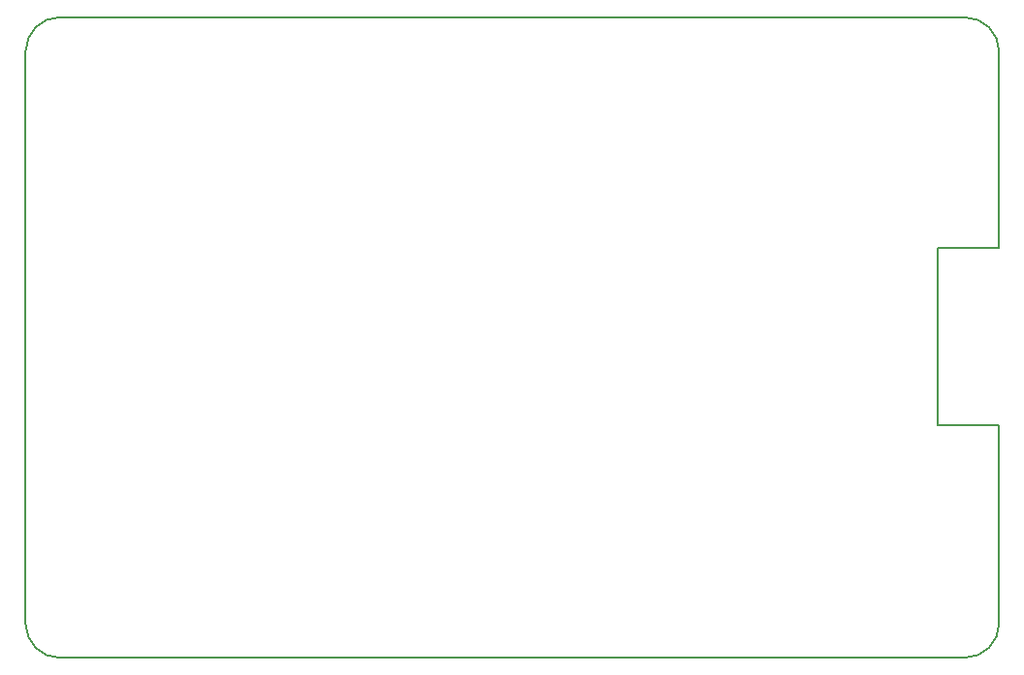
<source format=gm1>
%TF.GenerationSoftware,KiCad,Pcbnew,8.0.4*%
%TF.CreationDate,2025-01-10T13:29:25-08:00*%
%TF.ProjectId,X17_Pi_Shield,5831375f-5069-45f5-9368-69656c642e6b,rev?*%
%TF.SameCoordinates,Original*%
%TF.FileFunction,Profile,NP*%
%FSLAX46Y46*%
G04 Gerber Fmt 4.6, Leading zero omitted, Abs format (unit mm)*
G04 Created by KiCad (PCBNEW 8.0.4) date 2025-01-10 13:29:25*
%MOMM*%
%LPD*%
G01*
G04 APERTURE LIST*
%TA.AperFunction,Profile*%
%ADD10C,0.200000*%
%TD*%
G04 APERTURE END LIST*
D10*
X194680000Y-98420000D02*
X194680000Y-81220000D01*
X109680000Y-81220001D02*
G75*
G02*
X112680000Y-78220000I3000000J1D01*
G01*
X112680001Y-134220000D02*
G75*
G02*
X109680000Y-131219999I-1J3000000D01*
G01*
X189280000Y-113870000D02*
X194680000Y-113870000D01*
X194680000Y-98420000D02*
X189280000Y-98420000D01*
X191680000Y-78220000D02*
G75*
G02*
X194680000Y-81220000I0J-3000000D01*
G01*
X112680001Y-134220000D02*
X191680000Y-134220000D01*
X194680000Y-131220000D02*
G75*
G02*
X191680000Y-134220000I-3000000J0D01*
G01*
X189280000Y-98420000D02*
X189280000Y-113870000D01*
X194680000Y-113870000D02*
X194680000Y-131220000D01*
X112680000Y-78220000D02*
X191680000Y-78220000D01*
X109680000Y-81220001D02*
X109680000Y-131219999D01*
M02*

</source>
